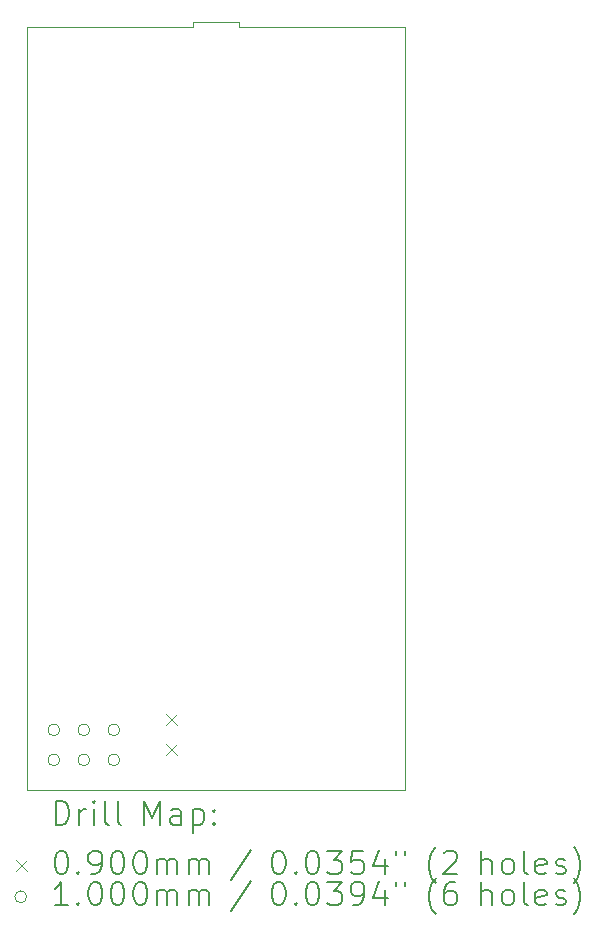
<source format=gbr>
%TF.GenerationSoftware,KiCad,Pcbnew,(6.99.0-2452-gdb4f2d9dd8)*%
%TF.CreationDate,2022-08-02T19:29:55-05:00*%
%TF.ProjectId,captech,63617074-6563-4682-9e6b-696361645f70,rev?*%
%TF.SameCoordinates,Original*%
%TF.FileFunction,Drillmap*%
%TF.FilePolarity,Positive*%
%FSLAX45Y45*%
G04 Gerber Fmt 4.5, Leading zero omitted, Abs format (unit mm)*
G04 Created by KiCad (PCBNEW (6.99.0-2452-gdb4f2d9dd8)) date 2022-08-02 19:29:55*
%MOMM*%
%LPD*%
G01*
G04 APERTURE LIST*
%ADD10C,0.042333*%
%ADD11C,0.200000*%
%ADD12C,0.090000*%
%ADD13C,0.100000*%
G04 APERTURE END LIST*
D10*
X9417937Y-9670000D02*
X6217687Y-9670000D01*
X7627387Y-3170001D02*
X8012637Y-3170001D01*
X7470754Y-3212334D02*
X7627387Y-3212351D01*
X6217687Y-3212334D02*
X6217687Y-3212334D01*
X9417937Y-9670000D02*
X9417937Y-9670000D01*
X7627387Y-3212351D02*
X7627387Y-3170001D01*
X8012637Y-3212351D02*
X8169247Y-3212334D01*
X8169247Y-3212334D02*
X8795780Y-3212334D01*
X8169247Y-3212334D02*
X8169247Y-3212334D01*
X9422270Y-4322526D02*
X9417915Y-5483517D01*
X6217687Y-9670000D02*
X6222232Y-5494101D01*
X9422313Y-3212334D02*
X9422313Y-3212334D01*
X8012637Y-3212351D02*
X8012637Y-3212351D01*
X6219970Y-5195455D02*
X6218414Y-4830404D01*
X6217687Y-9670000D02*
X6217687Y-9670000D01*
X6222232Y-5494101D02*
X6219970Y-5195455D01*
X8795780Y-3212334D02*
X8795780Y-3212334D01*
X7627387Y-3212351D02*
X7627387Y-3212351D01*
X6217701Y-4328875D02*
X6217701Y-4328875D01*
X6218414Y-4830404D02*
X6217701Y-4328875D01*
X9422270Y-4322526D02*
X9422270Y-4322526D01*
X9422313Y-3212334D02*
X9422270Y-4322526D01*
X8795780Y-3212334D02*
X9422313Y-3212334D01*
X6844220Y-3212334D02*
X7470754Y-3212334D01*
X9417915Y-5483517D02*
X9417937Y-9670000D01*
X9417915Y-5483517D02*
X9417915Y-5483517D01*
X8012637Y-3170001D02*
X8012637Y-3170001D01*
X6844220Y-3212334D02*
X6844220Y-3212334D01*
X6217701Y-4328875D02*
X6217687Y-3212334D01*
X8012637Y-3170001D02*
X8012637Y-3212351D01*
X7627387Y-3170001D02*
X7627387Y-3170001D01*
X6217687Y-3212334D02*
X6844220Y-3212334D01*
X7470754Y-3212334D02*
X7470754Y-3212334D01*
D11*
D12*
X7395000Y-9028000D02*
X7485000Y-9118000D01*
X7485000Y-9028000D02*
X7395000Y-9118000D01*
X7395000Y-9282000D02*
X7485000Y-9372000D01*
X7485000Y-9282000D02*
X7395000Y-9372000D01*
D13*
X6496000Y-9163000D02*
G75*
G03*
X6496000Y-9163000I-50000J0D01*
G01*
X6496000Y-9417000D02*
G75*
G03*
X6496000Y-9417000I-50000J0D01*
G01*
X6750000Y-9163000D02*
G75*
G03*
X6750000Y-9163000I-50000J0D01*
G01*
X6750000Y-9417000D02*
G75*
G03*
X6750000Y-9417000I-50000J0D01*
G01*
X7004000Y-9163000D02*
G75*
G03*
X7004000Y-9163000I-50000J0D01*
G01*
X7004000Y-9417000D02*
G75*
G03*
X7004000Y-9417000I-50000J0D01*
G01*
D11*
X6463189Y-9965592D02*
X6463189Y-9765592D01*
X6463189Y-9765592D02*
X6510808Y-9765592D01*
X6510808Y-9765592D02*
X6539380Y-9775116D01*
X6539380Y-9775116D02*
X6558427Y-9794164D01*
X6558427Y-9794164D02*
X6567951Y-9813211D01*
X6567951Y-9813211D02*
X6577475Y-9851307D01*
X6577475Y-9851307D02*
X6577475Y-9879878D01*
X6577475Y-9879878D02*
X6567951Y-9917973D01*
X6567951Y-9917973D02*
X6558427Y-9937021D01*
X6558427Y-9937021D02*
X6539380Y-9956068D01*
X6539380Y-9956068D02*
X6510808Y-9965592D01*
X6510808Y-9965592D02*
X6463189Y-9965592D01*
X6663189Y-9965592D02*
X6663189Y-9832259D01*
X6663189Y-9870354D02*
X6672713Y-9851307D01*
X6672713Y-9851307D02*
X6682237Y-9841783D01*
X6682237Y-9841783D02*
X6701284Y-9832259D01*
X6701284Y-9832259D02*
X6720332Y-9832259D01*
X6786999Y-9965592D02*
X6786999Y-9832259D01*
X6786999Y-9765592D02*
X6777475Y-9775116D01*
X6777475Y-9775116D02*
X6786999Y-9784640D01*
X6786999Y-9784640D02*
X6796522Y-9775116D01*
X6796522Y-9775116D02*
X6786999Y-9765592D01*
X6786999Y-9765592D02*
X6786999Y-9784640D01*
X6910808Y-9965592D02*
X6891761Y-9956068D01*
X6891761Y-9956068D02*
X6882237Y-9937021D01*
X6882237Y-9937021D02*
X6882237Y-9765592D01*
X7015570Y-9965592D02*
X6996522Y-9956068D01*
X6996522Y-9956068D02*
X6986999Y-9937021D01*
X6986999Y-9937021D02*
X6986999Y-9765592D01*
X7211761Y-9965592D02*
X7211761Y-9765592D01*
X7211761Y-9765592D02*
X7278427Y-9908449D01*
X7278427Y-9908449D02*
X7345094Y-9765592D01*
X7345094Y-9765592D02*
X7345094Y-9965592D01*
X7526046Y-9965592D02*
X7526046Y-9860830D01*
X7526046Y-9860830D02*
X7516522Y-9841783D01*
X7516522Y-9841783D02*
X7497475Y-9832259D01*
X7497475Y-9832259D02*
X7459380Y-9832259D01*
X7459380Y-9832259D02*
X7440332Y-9841783D01*
X7526046Y-9956068D02*
X7506999Y-9965592D01*
X7506999Y-9965592D02*
X7459380Y-9965592D01*
X7459380Y-9965592D02*
X7440332Y-9956068D01*
X7440332Y-9956068D02*
X7430808Y-9937021D01*
X7430808Y-9937021D02*
X7430808Y-9917973D01*
X7430808Y-9917973D02*
X7440332Y-9898926D01*
X7440332Y-9898926D02*
X7459380Y-9889402D01*
X7459380Y-9889402D02*
X7506999Y-9889402D01*
X7506999Y-9889402D02*
X7526046Y-9879878D01*
X7621284Y-9832259D02*
X7621284Y-10032259D01*
X7621284Y-9841783D02*
X7640332Y-9832259D01*
X7640332Y-9832259D02*
X7678427Y-9832259D01*
X7678427Y-9832259D02*
X7697475Y-9841783D01*
X7697475Y-9841783D02*
X7706999Y-9851307D01*
X7706999Y-9851307D02*
X7716522Y-9870354D01*
X7716522Y-9870354D02*
X7716522Y-9927497D01*
X7716522Y-9927497D02*
X7706999Y-9946545D01*
X7706999Y-9946545D02*
X7697475Y-9956068D01*
X7697475Y-9956068D02*
X7678427Y-9965592D01*
X7678427Y-9965592D02*
X7640332Y-9965592D01*
X7640332Y-9965592D02*
X7621284Y-9956068D01*
X7802237Y-9946545D02*
X7811761Y-9956068D01*
X7811761Y-9956068D02*
X7802237Y-9965592D01*
X7802237Y-9965592D02*
X7792713Y-9956068D01*
X7792713Y-9956068D02*
X7802237Y-9946545D01*
X7802237Y-9946545D02*
X7802237Y-9965592D01*
X7802237Y-9841783D02*
X7811761Y-9851307D01*
X7811761Y-9851307D02*
X7802237Y-9860830D01*
X7802237Y-9860830D02*
X7792713Y-9851307D01*
X7792713Y-9851307D02*
X7802237Y-9841783D01*
X7802237Y-9841783D02*
X7802237Y-9860830D01*
D12*
X6125570Y-10267116D02*
X6215570Y-10357116D01*
X6215570Y-10267116D02*
X6125570Y-10357116D01*
D11*
X6501284Y-10185592D02*
X6520332Y-10185592D01*
X6520332Y-10185592D02*
X6539380Y-10195116D01*
X6539380Y-10195116D02*
X6548903Y-10204640D01*
X6548903Y-10204640D02*
X6558427Y-10223688D01*
X6558427Y-10223688D02*
X6567951Y-10261783D01*
X6567951Y-10261783D02*
X6567951Y-10309402D01*
X6567951Y-10309402D02*
X6558427Y-10347497D01*
X6558427Y-10347497D02*
X6548903Y-10366545D01*
X6548903Y-10366545D02*
X6539380Y-10376068D01*
X6539380Y-10376068D02*
X6520332Y-10385592D01*
X6520332Y-10385592D02*
X6501284Y-10385592D01*
X6501284Y-10385592D02*
X6482237Y-10376068D01*
X6482237Y-10376068D02*
X6472713Y-10366545D01*
X6472713Y-10366545D02*
X6463189Y-10347497D01*
X6463189Y-10347497D02*
X6453665Y-10309402D01*
X6453665Y-10309402D02*
X6453665Y-10261783D01*
X6453665Y-10261783D02*
X6463189Y-10223688D01*
X6463189Y-10223688D02*
X6472713Y-10204640D01*
X6472713Y-10204640D02*
X6482237Y-10195116D01*
X6482237Y-10195116D02*
X6501284Y-10185592D01*
X6653665Y-10366545D02*
X6663189Y-10376068D01*
X6663189Y-10376068D02*
X6653665Y-10385592D01*
X6653665Y-10385592D02*
X6644142Y-10376068D01*
X6644142Y-10376068D02*
X6653665Y-10366545D01*
X6653665Y-10366545D02*
X6653665Y-10385592D01*
X6758427Y-10385592D02*
X6796522Y-10385592D01*
X6796522Y-10385592D02*
X6815570Y-10376068D01*
X6815570Y-10376068D02*
X6825094Y-10366545D01*
X6825094Y-10366545D02*
X6844142Y-10337973D01*
X6844142Y-10337973D02*
X6853665Y-10299878D01*
X6853665Y-10299878D02*
X6853665Y-10223688D01*
X6853665Y-10223688D02*
X6844142Y-10204640D01*
X6844142Y-10204640D02*
X6834618Y-10195116D01*
X6834618Y-10195116D02*
X6815570Y-10185592D01*
X6815570Y-10185592D02*
X6777475Y-10185592D01*
X6777475Y-10185592D02*
X6758427Y-10195116D01*
X6758427Y-10195116D02*
X6748903Y-10204640D01*
X6748903Y-10204640D02*
X6739380Y-10223688D01*
X6739380Y-10223688D02*
X6739380Y-10271307D01*
X6739380Y-10271307D02*
X6748903Y-10290354D01*
X6748903Y-10290354D02*
X6758427Y-10299878D01*
X6758427Y-10299878D02*
X6777475Y-10309402D01*
X6777475Y-10309402D02*
X6815570Y-10309402D01*
X6815570Y-10309402D02*
X6834618Y-10299878D01*
X6834618Y-10299878D02*
X6844142Y-10290354D01*
X6844142Y-10290354D02*
X6853665Y-10271307D01*
X6977475Y-10185592D02*
X6996523Y-10185592D01*
X6996523Y-10185592D02*
X7015570Y-10195116D01*
X7015570Y-10195116D02*
X7025094Y-10204640D01*
X7025094Y-10204640D02*
X7034618Y-10223688D01*
X7034618Y-10223688D02*
X7044142Y-10261783D01*
X7044142Y-10261783D02*
X7044142Y-10309402D01*
X7044142Y-10309402D02*
X7034618Y-10347497D01*
X7034618Y-10347497D02*
X7025094Y-10366545D01*
X7025094Y-10366545D02*
X7015570Y-10376068D01*
X7015570Y-10376068D02*
X6996523Y-10385592D01*
X6996523Y-10385592D02*
X6977475Y-10385592D01*
X6977475Y-10385592D02*
X6958427Y-10376068D01*
X6958427Y-10376068D02*
X6948903Y-10366545D01*
X6948903Y-10366545D02*
X6939380Y-10347497D01*
X6939380Y-10347497D02*
X6929856Y-10309402D01*
X6929856Y-10309402D02*
X6929856Y-10261783D01*
X6929856Y-10261783D02*
X6939380Y-10223688D01*
X6939380Y-10223688D02*
X6948903Y-10204640D01*
X6948903Y-10204640D02*
X6958427Y-10195116D01*
X6958427Y-10195116D02*
X6977475Y-10185592D01*
X7167951Y-10185592D02*
X7186999Y-10185592D01*
X7186999Y-10185592D02*
X7206046Y-10195116D01*
X7206046Y-10195116D02*
X7215570Y-10204640D01*
X7215570Y-10204640D02*
X7225094Y-10223688D01*
X7225094Y-10223688D02*
X7234618Y-10261783D01*
X7234618Y-10261783D02*
X7234618Y-10309402D01*
X7234618Y-10309402D02*
X7225094Y-10347497D01*
X7225094Y-10347497D02*
X7215570Y-10366545D01*
X7215570Y-10366545D02*
X7206046Y-10376068D01*
X7206046Y-10376068D02*
X7186999Y-10385592D01*
X7186999Y-10385592D02*
X7167951Y-10385592D01*
X7167951Y-10385592D02*
X7148903Y-10376068D01*
X7148903Y-10376068D02*
X7139380Y-10366545D01*
X7139380Y-10366545D02*
X7129856Y-10347497D01*
X7129856Y-10347497D02*
X7120332Y-10309402D01*
X7120332Y-10309402D02*
X7120332Y-10261783D01*
X7120332Y-10261783D02*
X7129856Y-10223688D01*
X7129856Y-10223688D02*
X7139380Y-10204640D01*
X7139380Y-10204640D02*
X7148903Y-10195116D01*
X7148903Y-10195116D02*
X7167951Y-10185592D01*
X7320332Y-10385592D02*
X7320332Y-10252259D01*
X7320332Y-10271307D02*
X7329856Y-10261783D01*
X7329856Y-10261783D02*
X7348903Y-10252259D01*
X7348903Y-10252259D02*
X7377475Y-10252259D01*
X7377475Y-10252259D02*
X7396523Y-10261783D01*
X7396523Y-10261783D02*
X7406046Y-10280830D01*
X7406046Y-10280830D02*
X7406046Y-10385592D01*
X7406046Y-10280830D02*
X7415570Y-10261783D01*
X7415570Y-10261783D02*
X7434618Y-10252259D01*
X7434618Y-10252259D02*
X7463189Y-10252259D01*
X7463189Y-10252259D02*
X7482237Y-10261783D01*
X7482237Y-10261783D02*
X7491761Y-10280830D01*
X7491761Y-10280830D02*
X7491761Y-10385592D01*
X7586999Y-10385592D02*
X7586999Y-10252259D01*
X7586999Y-10271307D02*
X7596523Y-10261783D01*
X7596523Y-10261783D02*
X7615570Y-10252259D01*
X7615570Y-10252259D02*
X7644142Y-10252259D01*
X7644142Y-10252259D02*
X7663189Y-10261783D01*
X7663189Y-10261783D02*
X7672713Y-10280830D01*
X7672713Y-10280830D02*
X7672713Y-10385592D01*
X7672713Y-10280830D02*
X7682237Y-10261783D01*
X7682237Y-10261783D02*
X7701284Y-10252259D01*
X7701284Y-10252259D02*
X7729856Y-10252259D01*
X7729856Y-10252259D02*
X7748904Y-10261783D01*
X7748904Y-10261783D02*
X7758427Y-10280830D01*
X7758427Y-10280830D02*
X7758427Y-10385592D01*
X8116523Y-10176068D02*
X7945094Y-10433211D01*
X8341284Y-10185592D02*
X8360332Y-10185592D01*
X8360332Y-10185592D02*
X8379380Y-10195116D01*
X8379380Y-10195116D02*
X8388904Y-10204640D01*
X8388904Y-10204640D02*
X8398427Y-10223688D01*
X8398427Y-10223688D02*
X8407951Y-10261783D01*
X8407951Y-10261783D02*
X8407951Y-10309402D01*
X8407951Y-10309402D02*
X8398427Y-10347497D01*
X8398427Y-10347497D02*
X8388904Y-10366545D01*
X8388904Y-10366545D02*
X8379380Y-10376068D01*
X8379380Y-10376068D02*
X8360332Y-10385592D01*
X8360332Y-10385592D02*
X8341284Y-10385592D01*
X8341284Y-10385592D02*
X8322237Y-10376068D01*
X8322237Y-10376068D02*
X8312713Y-10366545D01*
X8312713Y-10366545D02*
X8303189Y-10347497D01*
X8303189Y-10347497D02*
X8293665Y-10309402D01*
X8293665Y-10309402D02*
X8293665Y-10261783D01*
X8293665Y-10261783D02*
X8303189Y-10223688D01*
X8303189Y-10223688D02*
X8312713Y-10204640D01*
X8312713Y-10204640D02*
X8322237Y-10195116D01*
X8322237Y-10195116D02*
X8341284Y-10185592D01*
X8493666Y-10366545D02*
X8503189Y-10376068D01*
X8503189Y-10376068D02*
X8493666Y-10385592D01*
X8493666Y-10385592D02*
X8484142Y-10376068D01*
X8484142Y-10376068D02*
X8493666Y-10366545D01*
X8493666Y-10366545D02*
X8493666Y-10385592D01*
X8626999Y-10185592D02*
X8646047Y-10185592D01*
X8646047Y-10185592D02*
X8665094Y-10195116D01*
X8665094Y-10195116D02*
X8674618Y-10204640D01*
X8674618Y-10204640D02*
X8684142Y-10223688D01*
X8684142Y-10223688D02*
X8693666Y-10261783D01*
X8693666Y-10261783D02*
X8693666Y-10309402D01*
X8693666Y-10309402D02*
X8684142Y-10347497D01*
X8684142Y-10347497D02*
X8674618Y-10366545D01*
X8674618Y-10366545D02*
X8665094Y-10376068D01*
X8665094Y-10376068D02*
X8646047Y-10385592D01*
X8646047Y-10385592D02*
X8626999Y-10385592D01*
X8626999Y-10385592D02*
X8607951Y-10376068D01*
X8607951Y-10376068D02*
X8598427Y-10366545D01*
X8598427Y-10366545D02*
X8588904Y-10347497D01*
X8588904Y-10347497D02*
X8579380Y-10309402D01*
X8579380Y-10309402D02*
X8579380Y-10261783D01*
X8579380Y-10261783D02*
X8588904Y-10223688D01*
X8588904Y-10223688D02*
X8598427Y-10204640D01*
X8598427Y-10204640D02*
X8607951Y-10195116D01*
X8607951Y-10195116D02*
X8626999Y-10185592D01*
X8760332Y-10185592D02*
X8884142Y-10185592D01*
X8884142Y-10185592D02*
X8817475Y-10261783D01*
X8817475Y-10261783D02*
X8846047Y-10261783D01*
X8846047Y-10261783D02*
X8865094Y-10271307D01*
X8865094Y-10271307D02*
X8874618Y-10280830D01*
X8874618Y-10280830D02*
X8884142Y-10299878D01*
X8884142Y-10299878D02*
X8884142Y-10347497D01*
X8884142Y-10347497D02*
X8874618Y-10366545D01*
X8874618Y-10366545D02*
X8865094Y-10376068D01*
X8865094Y-10376068D02*
X8846047Y-10385592D01*
X8846047Y-10385592D02*
X8788904Y-10385592D01*
X8788904Y-10385592D02*
X8769856Y-10376068D01*
X8769856Y-10376068D02*
X8760332Y-10366545D01*
X9065094Y-10185592D02*
X8969856Y-10185592D01*
X8969856Y-10185592D02*
X8960332Y-10280830D01*
X8960332Y-10280830D02*
X8969856Y-10271307D01*
X8969856Y-10271307D02*
X8988904Y-10261783D01*
X8988904Y-10261783D02*
X9036523Y-10261783D01*
X9036523Y-10261783D02*
X9055570Y-10271307D01*
X9055570Y-10271307D02*
X9065094Y-10280830D01*
X9065094Y-10280830D02*
X9074618Y-10299878D01*
X9074618Y-10299878D02*
X9074618Y-10347497D01*
X9074618Y-10347497D02*
X9065094Y-10366545D01*
X9065094Y-10366545D02*
X9055570Y-10376068D01*
X9055570Y-10376068D02*
X9036523Y-10385592D01*
X9036523Y-10385592D02*
X8988904Y-10385592D01*
X8988904Y-10385592D02*
X8969856Y-10376068D01*
X8969856Y-10376068D02*
X8960332Y-10366545D01*
X9246047Y-10252259D02*
X9246047Y-10385592D01*
X9198427Y-10176068D02*
X9150808Y-10318926D01*
X9150808Y-10318926D02*
X9274618Y-10318926D01*
X9341285Y-10185592D02*
X9341285Y-10223688D01*
X9417475Y-10185592D02*
X9417475Y-10223688D01*
X9680332Y-10461783D02*
X9670808Y-10452259D01*
X9670808Y-10452259D02*
X9651761Y-10423688D01*
X9651761Y-10423688D02*
X9642237Y-10404640D01*
X9642237Y-10404640D02*
X9632713Y-10376068D01*
X9632713Y-10376068D02*
X9623189Y-10328449D01*
X9623189Y-10328449D02*
X9623189Y-10290354D01*
X9623189Y-10290354D02*
X9632713Y-10242735D01*
X9632713Y-10242735D02*
X9642237Y-10214164D01*
X9642237Y-10214164D02*
X9651761Y-10195116D01*
X9651761Y-10195116D02*
X9670808Y-10166545D01*
X9670808Y-10166545D02*
X9680332Y-10157021D01*
X9746999Y-10204640D02*
X9756523Y-10195116D01*
X9756523Y-10195116D02*
X9775570Y-10185592D01*
X9775570Y-10185592D02*
X9823189Y-10185592D01*
X9823189Y-10185592D02*
X9842237Y-10195116D01*
X9842237Y-10195116D02*
X9851761Y-10204640D01*
X9851761Y-10204640D02*
X9861285Y-10223688D01*
X9861285Y-10223688D02*
X9861285Y-10242735D01*
X9861285Y-10242735D02*
X9851761Y-10271307D01*
X9851761Y-10271307D02*
X9737475Y-10385592D01*
X9737475Y-10385592D02*
X9861285Y-10385592D01*
X10066999Y-10385592D02*
X10066999Y-10185592D01*
X10152713Y-10385592D02*
X10152713Y-10280830D01*
X10152713Y-10280830D02*
X10143189Y-10261783D01*
X10143189Y-10261783D02*
X10124142Y-10252259D01*
X10124142Y-10252259D02*
X10095570Y-10252259D01*
X10095570Y-10252259D02*
X10076523Y-10261783D01*
X10076523Y-10261783D02*
X10066999Y-10271307D01*
X10276523Y-10385592D02*
X10257475Y-10376068D01*
X10257475Y-10376068D02*
X10247951Y-10366545D01*
X10247951Y-10366545D02*
X10238428Y-10347497D01*
X10238428Y-10347497D02*
X10238428Y-10290354D01*
X10238428Y-10290354D02*
X10247951Y-10271307D01*
X10247951Y-10271307D02*
X10257475Y-10261783D01*
X10257475Y-10261783D02*
X10276523Y-10252259D01*
X10276523Y-10252259D02*
X10305094Y-10252259D01*
X10305094Y-10252259D02*
X10324142Y-10261783D01*
X10324142Y-10261783D02*
X10333666Y-10271307D01*
X10333666Y-10271307D02*
X10343189Y-10290354D01*
X10343189Y-10290354D02*
X10343189Y-10347497D01*
X10343189Y-10347497D02*
X10333666Y-10366545D01*
X10333666Y-10366545D02*
X10324142Y-10376068D01*
X10324142Y-10376068D02*
X10305094Y-10385592D01*
X10305094Y-10385592D02*
X10276523Y-10385592D01*
X10457475Y-10385592D02*
X10438428Y-10376068D01*
X10438428Y-10376068D02*
X10428904Y-10357021D01*
X10428904Y-10357021D02*
X10428904Y-10185592D01*
X10609856Y-10376068D02*
X10590809Y-10385592D01*
X10590809Y-10385592D02*
X10552713Y-10385592D01*
X10552713Y-10385592D02*
X10533666Y-10376068D01*
X10533666Y-10376068D02*
X10524142Y-10357021D01*
X10524142Y-10357021D02*
X10524142Y-10280830D01*
X10524142Y-10280830D02*
X10533666Y-10261783D01*
X10533666Y-10261783D02*
X10552713Y-10252259D01*
X10552713Y-10252259D02*
X10590809Y-10252259D01*
X10590809Y-10252259D02*
X10609856Y-10261783D01*
X10609856Y-10261783D02*
X10619380Y-10280830D01*
X10619380Y-10280830D02*
X10619380Y-10299878D01*
X10619380Y-10299878D02*
X10524142Y-10318926D01*
X10695570Y-10376068D02*
X10714618Y-10385592D01*
X10714618Y-10385592D02*
X10752713Y-10385592D01*
X10752713Y-10385592D02*
X10771761Y-10376068D01*
X10771761Y-10376068D02*
X10781285Y-10357021D01*
X10781285Y-10357021D02*
X10781285Y-10347497D01*
X10781285Y-10347497D02*
X10771761Y-10328449D01*
X10771761Y-10328449D02*
X10752713Y-10318926D01*
X10752713Y-10318926D02*
X10724142Y-10318926D01*
X10724142Y-10318926D02*
X10705094Y-10309402D01*
X10705094Y-10309402D02*
X10695570Y-10290354D01*
X10695570Y-10290354D02*
X10695570Y-10280830D01*
X10695570Y-10280830D02*
X10705094Y-10261783D01*
X10705094Y-10261783D02*
X10724142Y-10252259D01*
X10724142Y-10252259D02*
X10752713Y-10252259D01*
X10752713Y-10252259D02*
X10771761Y-10261783D01*
X10847951Y-10461783D02*
X10857475Y-10452259D01*
X10857475Y-10452259D02*
X10876523Y-10423688D01*
X10876523Y-10423688D02*
X10886047Y-10404640D01*
X10886047Y-10404640D02*
X10895570Y-10376068D01*
X10895570Y-10376068D02*
X10905094Y-10328449D01*
X10905094Y-10328449D02*
X10905094Y-10290354D01*
X10905094Y-10290354D02*
X10895570Y-10242735D01*
X10895570Y-10242735D02*
X10886047Y-10214164D01*
X10886047Y-10214164D02*
X10876523Y-10195116D01*
X10876523Y-10195116D02*
X10857475Y-10166545D01*
X10857475Y-10166545D02*
X10847951Y-10157021D01*
D13*
X6215570Y-10576116D02*
G75*
G03*
X6215570Y-10576116I-50000J0D01*
G01*
D11*
X6567951Y-10649592D02*
X6453665Y-10649592D01*
X6510808Y-10649592D02*
X6510808Y-10449592D01*
X6510808Y-10449592D02*
X6491761Y-10478164D01*
X6491761Y-10478164D02*
X6472713Y-10497211D01*
X6472713Y-10497211D02*
X6453665Y-10506735D01*
X6653665Y-10630545D02*
X6663189Y-10640068D01*
X6663189Y-10640068D02*
X6653665Y-10649592D01*
X6653665Y-10649592D02*
X6644142Y-10640068D01*
X6644142Y-10640068D02*
X6653665Y-10630545D01*
X6653665Y-10630545D02*
X6653665Y-10649592D01*
X6786999Y-10449592D02*
X6806046Y-10449592D01*
X6806046Y-10449592D02*
X6825094Y-10459116D01*
X6825094Y-10459116D02*
X6834618Y-10468640D01*
X6834618Y-10468640D02*
X6844142Y-10487688D01*
X6844142Y-10487688D02*
X6853665Y-10525783D01*
X6853665Y-10525783D02*
X6853665Y-10573402D01*
X6853665Y-10573402D02*
X6844142Y-10611497D01*
X6844142Y-10611497D02*
X6834618Y-10630545D01*
X6834618Y-10630545D02*
X6825094Y-10640068D01*
X6825094Y-10640068D02*
X6806046Y-10649592D01*
X6806046Y-10649592D02*
X6786999Y-10649592D01*
X6786999Y-10649592D02*
X6767951Y-10640068D01*
X6767951Y-10640068D02*
X6758427Y-10630545D01*
X6758427Y-10630545D02*
X6748903Y-10611497D01*
X6748903Y-10611497D02*
X6739380Y-10573402D01*
X6739380Y-10573402D02*
X6739380Y-10525783D01*
X6739380Y-10525783D02*
X6748903Y-10487688D01*
X6748903Y-10487688D02*
X6758427Y-10468640D01*
X6758427Y-10468640D02*
X6767951Y-10459116D01*
X6767951Y-10459116D02*
X6786999Y-10449592D01*
X6977475Y-10449592D02*
X6996523Y-10449592D01*
X6996523Y-10449592D02*
X7015570Y-10459116D01*
X7015570Y-10459116D02*
X7025094Y-10468640D01*
X7025094Y-10468640D02*
X7034618Y-10487688D01*
X7034618Y-10487688D02*
X7044142Y-10525783D01*
X7044142Y-10525783D02*
X7044142Y-10573402D01*
X7044142Y-10573402D02*
X7034618Y-10611497D01*
X7034618Y-10611497D02*
X7025094Y-10630545D01*
X7025094Y-10630545D02*
X7015570Y-10640068D01*
X7015570Y-10640068D02*
X6996523Y-10649592D01*
X6996523Y-10649592D02*
X6977475Y-10649592D01*
X6977475Y-10649592D02*
X6958427Y-10640068D01*
X6958427Y-10640068D02*
X6948903Y-10630545D01*
X6948903Y-10630545D02*
X6939380Y-10611497D01*
X6939380Y-10611497D02*
X6929856Y-10573402D01*
X6929856Y-10573402D02*
X6929856Y-10525783D01*
X6929856Y-10525783D02*
X6939380Y-10487688D01*
X6939380Y-10487688D02*
X6948903Y-10468640D01*
X6948903Y-10468640D02*
X6958427Y-10459116D01*
X6958427Y-10459116D02*
X6977475Y-10449592D01*
X7167951Y-10449592D02*
X7186999Y-10449592D01*
X7186999Y-10449592D02*
X7206046Y-10459116D01*
X7206046Y-10459116D02*
X7215570Y-10468640D01*
X7215570Y-10468640D02*
X7225094Y-10487688D01*
X7225094Y-10487688D02*
X7234618Y-10525783D01*
X7234618Y-10525783D02*
X7234618Y-10573402D01*
X7234618Y-10573402D02*
X7225094Y-10611497D01*
X7225094Y-10611497D02*
X7215570Y-10630545D01*
X7215570Y-10630545D02*
X7206046Y-10640068D01*
X7206046Y-10640068D02*
X7186999Y-10649592D01*
X7186999Y-10649592D02*
X7167951Y-10649592D01*
X7167951Y-10649592D02*
X7148903Y-10640068D01*
X7148903Y-10640068D02*
X7139380Y-10630545D01*
X7139380Y-10630545D02*
X7129856Y-10611497D01*
X7129856Y-10611497D02*
X7120332Y-10573402D01*
X7120332Y-10573402D02*
X7120332Y-10525783D01*
X7120332Y-10525783D02*
X7129856Y-10487688D01*
X7129856Y-10487688D02*
X7139380Y-10468640D01*
X7139380Y-10468640D02*
X7148903Y-10459116D01*
X7148903Y-10459116D02*
X7167951Y-10449592D01*
X7320332Y-10649592D02*
X7320332Y-10516259D01*
X7320332Y-10535307D02*
X7329856Y-10525783D01*
X7329856Y-10525783D02*
X7348903Y-10516259D01*
X7348903Y-10516259D02*
X7377475Y-10516259D01*
X7377475Y-10516259D02*
X7396523Y-10525783D01*
X7396523Y-10525783D02*
X7406046Y-10544830D01*
X7406046Y-10544830D02*
X7406046Y-10649592D01*
X7406046Y-10544830D02*
X7415570Y-10525783D01*
X7415570Y-10525783D02*
X7434618Y-10516259D01*
X7434618Y-10516259D02*
X7463189Y-10516259D01*
X7463189Y-10516259D02*
X7482237Y-10525783D01*
X7482237Y-10525783D02*
X7491761Y-10544830D01*
X7491761Y-10544830D02*
X7491761Y-10649592D01*
X7586999Y-10649592D02*
X7586999Y-10516259D01*
X7586999Y-10535307D02*
X7596523Y-10525783D01*
X7596523Y-10525783D02*
X7615570Y-10516259D01*
X7615570Y-10516259D02*
X7644142Y-10516259D01*
X7644142Y-10516259D02*
X7663189Y-10525783D01*
X7663189Y-10525783D02*
X7672713Y-10544830D01*
X7672713Y-10544830D02*
X7672713Y-10649592D01*
X7672713Y-10544830D02*
X7682237Y-10525783D01*
X7682237Y-10525783D02*
X7701284Y-10516259D01*
X7701284Y-10516259D02*
X7729856Y-10516259D01*
X7729856Y-10516259D02*
X7748904Y-10525783D01*
X7748904Y-10525783D02*
X7758427Y-10544830D01*
X7758427Y-10544830D02*
X7758427Y-10649592D01*
X8116523Y-10440068D02*
X7945094Y-10697211D01*
X8341284Y-10449592D02*
X8360332Y-10449592D01*
X8360332Y-10449592D02*
X8379380Y-10459116D01*
X8379380Y-10459116D02*
X8388904Y-10468640D01*
X8388904Y-10468640D02*
X8398427Y-10487688D01*
X8398427Y-10487688D02*
X8407951Y-10525783D01*
X8407951Y-10525783D02*
X8407951Y-10573402D01*
X8407951Y-10573402D02*
X8398427Y-10611497D01*
X8398427Y-10611497D02*
X8388904Y-10630545D01*
X8388904Y-10630545D02*
X8379380Y-10640068D01*
X8379380Y-10640068D02*
X8360332Y-10649592D01*
X8360332Y-10649592D02*
X8341284Y-10649592D01*
X8341284Y-10649592D02*
X8322237Y-10640068D01*
X8322237Y-10640068D02*
X8312713Y-10630545D01*
X8312713Y-10630545D02*
X8303189Y-10611497D01*
X8303189Y-10611497D02*
X8293665Y-10573402D01*
X8293665Y-10573402D02*
X8293665Y-10525783D01*
X8293665Y-10525783D02*
X8303189Y-10487688D01*
X8303189Y-10487688D02*
X8312713Y-10468640D01*
X8312713Y-10468640D02*
X8322237Y-10459116D01*
X8322237Y-10459116D02*
X8341284Y-10449592D01*
X8493666Y-10630545D02*
X8503189Y-10640068D01*
X8503189Y-10640068D02*
X8493666Y-10649592D01*
X8493666Y-10649592D02*
X8484142Y-10640068D01*
X8484142Y-10640068D02*
X8493666Y-10630545D01*
X8493666Y-10630545D02*
X8493666Y-10649592D01*
X8626999Y-10449592D02*
X8646047Y-10449592D01*
X8646047Y-10449592D02*
X8665094Y-10459116D01*
X8665094Y-10459116D02*
X8674618Y-10468640D01*
X8674618Y-10468640D02*
X8684142Y-10487688D01*
X8684142Y-10487688D02*
X8693666Y-10525783D01*
X8693666Y-10525783D02*
X8693666Y-10573402D01*
X8693666Y-10573402D02*
X8684142Y-10611497D01*
X8684142Y-10611497D02*
X8674618Y-10630545D01*
X8674618Y-10630545D02*
X8665094Y-10640068D01*
X8665094Y-10640068D02*
X8646047Y-10649592D01*
X8646047Y-10649592D02*
X8626999Y-10649592D01*
X8626999Y-10649592D02*
X8607951Y-10640068D01*
X8607951Y-10640068D02*
X8598427Y-10630545D01*
X8598427Y-10630545D02*
X8588904Y-10611497D01*
X8588904Y-10611497D02*
X8579380Y-10573402D01*
X8579380Y-10573402D02*
X8579380Y-10525783D01*
X8579380Y-10525783D02*
X8588904Y-10487688D01*
X8588904Y-10487688D02*
X8598427Y-10468640D01*
X8598427Y-10468640D02*
X8607951Y-10459116D01*
X8607951Y-10459116D02*
X8626999Y-10449592D01*
X8760332Y-10449592D02*
X8884142Y-10449592D01*
X8884142Y-10449592D02*
X8817475Y-10525783D01*
X8817475Y-10525783D02*
X8846047Y-10525783D01*
X8846047Y-10525783D02*
X8865094Y-10535307D01*
X8865094Y-10535307D02*
X8874618Y-10544830D01*
X8874618Y-10544830D02*
X8884142Y-10563878D01*
X8884142Y-10563878D02*
X8884142Y-10611497D01*
X8884142Y-10611497D02*
X8874618Y-10630545D01*
X8874618Y-10630545D02*
X8865094Y-10640068D01*
X8865094Y-10640068D02*
X8846047Y-10649592D01*
X8846047Y-10649592D02*
X8788904Y-10649592D01*
X8788904Y-10649592D02*
X8769856Y-10640068D01*
X8769856Y-10640068D02*
X8760332Y-10630545D01*
X8979380Y-10649592D02*
X9017475Y-10649592D01*
X9017475Y-10649592D02*
X9036523Y-10640068D01*
X9036523Y-10640068D02*
X9046047Y-10630545D01*
X9046047Y-10630545D02*
X9065094Y-10601973D01*
X9065094Y-10601973D02*
X9074618Y-10563878D01*
X9074618Y-10563878D02*
X9074618Y-10487688D01*
X9074618Y-10487688D02*
X9065094Y-10468640D01*
X9065094Y-10468640D02*
X9055570Y-10459116D01*
X9055570Y-10459116D02*
X9036523Y-10449592D01*
X9036523Y-10449592D02*
X8998427Y-10449592D01*
X8998427Y-10449592D02*
X8979380Y-10459116D01*
X8979380Y-10459116D02*
X8969856Y-10468640D01*
X8969856Y-10468640D02*
X8960332Y-10487688D01*
X8960332Y-10487688D02*
X8960332Y-10535307D01*
X8960332Y-10535307D02*
X8969856Y-10554354D01*
X8969856Y-10554354D02*
X8979380Y-10563878D01*
X8979380Y-10563878D02*
X8998427Y-10573402D01*
X8998427Y-10573402D02*
X9036523Y-10573402D01*
X9036523Y-10573402D02*
X9055570Y-10563878D01*
X9055570Y-10563878D02*
X9065094Y-10554354D01*
X9065094Y-10554354D02*
X9074618Y-10535307D01*
X9246047Y-10516259D02*
X9246047Y-10649592D01*
X9198427Y-10440068D02*
X9150808Y-10582926D01*
X9150808Y-10582926D02*
X9274618Y-10582926D01*
X9341285Y-10449592D02*
X9341285Y-10487688D01*
X9417475Y-10449592D02*
X9417475Y-10487688D01*
X9680332Y-10725783D02*
X9670808Y-10716259D01*
X9670808Y-10716259D02*
X9651761Y-10687688D01*
X9651761Y-10687688D02*
X9642237Y-10668640D01*
X9642237Y-10668640D02*
X9632713Y-10640068D01*
X9632713Y-10640068D02*
X9623189Y-10592449D01*
X9623189Y-10592449D02*
X9623189Y-10554354D01*
X9623189Y-10554354D02*
X9632713Y-10506735D01*
X9632713Y-10506735D02*
X9642237Y-10478164D01*
X9642237Y-10478164D02*
X9651761Y-10459116D01*
X9651761Y-10459116D02*
X9670808Y-10430545D01*
X9670808Y-10430545D02*
X9680332Y-10421021D01*
X9842237Y-10449592D02*
X9804142Y-10449592D01*
X9804142Y-10449592D02*
X9785094Y-10459116D01*
X9785094Y-10459116D02*
X9775570Y-10468640D01*
X9775570Y-10468640D02*
X9756523Y-10497211D01*
X9756523Y-10497211D02*
X9746999Y-10535307D01*
X9746999Y-10535307D02*
X9746999Y-10611497D01*
X9746999Y-10611497D02*
X9756523Y-10630545D01*
X9756523Y-10630545D02*
X9766047Y-10640068D01*
X9766047Y-10640068D02*
X9785094Y-10649592D01*
X9785094Y-10649592D02*
X9823189Y-10649592D01*
X9823189Y-10649592D02*
X9842237Y-10640068D01*
X9842237Y-10640068D02*
X9851761Y-10630545D01*
X9851761Y-10630545D02*
X9861285Y-10611497D01*
X9861285Y-10611497D02*
X9861285Y-10563878D01*
X9861285Y-10563878D02*
X9851761Y-10544830D01*
X9851761Y-10544830D02*
X9842237Y-10535307D01*
X9842237Y-10535307D02*
X9823189Y-10525783D01*
X9823189Y-10525783D02*
X9785094Y-10525783D01*
X9785094Y-10525783D02*
X9766047Y-10535307D01*
X9766047Y-10535307D02*
X9756523Y-10544830D01*
X9756523Y-10544830D02*
X9746999Y-10563878D01*
X10066999Y-10649592D02*
X10066999Y-10449592D01*
X10152713Y-10649592D02*
X10152713Y-10544830D01*
X10152713Y-10544830D02*
X10143189Y-10525783D01*
X10143189Y-10525783D02*
X10124142Y-10516259D01*
X10124142Y-10516259D02*
X10095570Y-10516259D01*
X10095570Y-10516259D02*
X10076523Y-10525783D01*
X10076523Y-10525783D02*
X10066999Y-10535307D01*
X10276523Y-10649592D02*
X10257475Y-10640068D01*
X10257475Y-10640068D02*
X10247951Y-10630545D01*
X10247951Y-10630545D02*
X10238428Y-10611497D01*
X10238428Y-10611497D02*
X10238428Y-10554354D01*
X10238428Y-10554354D02*
X10247951Y-10535307D01*
X10247951Y-10535307D02*
X10257475Y-10525783D01*
X10257475Y-10525783D02*
X10276523Y-10516259D01*
X10276523Y-10516259D02*
X10305094Y-10516259D01*
X10305094Y-10516259D02*
X10324142Y-10525783D01*
X10324142Y-10525783D02*
X10333666Y-10535307D01*
X10333666Y-10535307D02*
X10343189Y-10554354D01*
X10343189Y-10554354D02*
X10343189Y-10611497D01*
X10343189Y-10611497D02*
X10333666Y-10630545D01*
X10333666Y-10630545D02*
X10324142Y-10640068D01*
X10324142Y-10640068D02*
X10305094Y-10649592D01*
X10305094Y-10649592D02*
X10276523Y-10649592D01*
X10457475Y-10649592D02*
X10438428Y-10640068D01*
X10438428Y-10640068D02*
X10428904Y-10621021D01*
X10428904Y-10621021D02*
X10428904Y-10449592D01*
X10609856Y-10640068D02*
X10590809Y-10649592D01*
X10590809Y-10649592D02*
X10552713Y-10649592D01*
X10552713Y-10649592D02*
X10533666Y-10640068D01*
X10533666Y-10640068D02*
X10524142Y-10621021D01*
X10524142Y-10621021D02*
X10524142Y-10544830D01*
X10524142Y-10544830D02*
X10533666Y-10525783D01*
X10533666Y-10525783D02*
X10552713Y-10516259D01*
X10552713Y-10516259D02*
X10590809Y-10516259D01*
X10590809Y-10516259D02*
X10609856Y-10525783D01*
X10609856Y-10525783D02*
X10619380Y-10544830D01*
X10619380Y-10544830D02*
X10619380Y-10563878D01*
X10619380Y-10563878D02*
X10524142Y-10582926D01*
X10695570Y-10640068D02*
X10714618Y-10649592D01*
X10714618Y-10649592D02*
X10752713Y-10649592D01*
X10752713Y-10649592D02*
X10771761Y-10640068D01*
X10771761Y-10640068D02*
X10781285Y-10621021D01*
X10781285Y-10621021D02*
X10781285Y-10611497D01*
X10781285Y-10611497D02*
X10771761Y-10592449D01*
X10771761Y-10592449D02*
X10752713Y-10582926D01*
X10752713Y-10582926D02*
X10724142Y-10582926D01*
X10724142Y-10582926D02*
X10705094Y-10573402D01*
X10705094Y-10573402D02*
X10695570Y-10554354D01*
X10695570Y-10554354D02*
X10695570Y-10544830D01*
X10695570Y-10544830D02*
X10705094Y-10525783D01*
X10705094Y-10525783D02*
X10724142Y-10516259D01*
X10724142Y-10516259D02*
X10752713Y-10516259D01*
X10752713Y-10516259D02*
X10771761Y-10525783D01*
X10847951Y-10725783D02*
X10857475Y-10716259D01*
X10857475Y-10716259D02*
X10876523Y-10687688D01*
X10876523Y-10687688D02*
X10886047Y-10668640D01*
X10886047Y-10668640D02*
X10895570Y-10640068D01*
X10895570Y-10640068D02*
X10905094Y-10592449D01*
X10905094Y-10592449D02*
X10905094Y-10554354D01*
X10905094Y-10554354D02*
X10895570Y-10506735D01*
X10895570Y-10506735D02*
X10886047Y-10478164D01*
X10886047Y-10478164D02*
X10876523Y-10459116D01*
X10876523Y-10459116D02*
X10857475Y-10430545D01*
X10857475Y-10430545D02*
X10847951Y-10421021D01*
M02*

</source>
